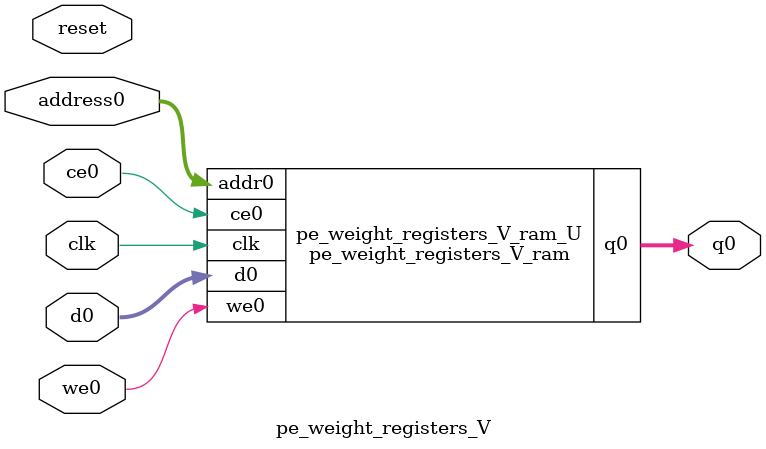
<source format=v>
`timescale 1 ns / 1 ps
module pe_weight_registers_V_ram (addr0, ce0, d0, we0, q0,  clk);

parameter DWIDTH = 8;
parameter AWIDTH = 4;
parameter MEM_SIZE = 9;

input[AWIDTH-1:0] addr0;
input ce0;
input[DWIDTH-1:0] d0;
input we0;
output reg[DWIDTH-1:0] q0;
input clk;

(* ram_style = "distributed" *)reg [DWIDTH-1:0] ram[0:MEM_SIZE-1];




always @(posedge clk)  
begin 
    if (ce0) begin
        if (we0) 
            ram[addr0] <= d0; 
        q0 <= ram[addr0];
    end
end


endmodule

`timescale 1 ns / 1 ps
module pe_weight_registers_V(
    reset,
    clk,
    address0,
    ce0,
    we0,
    d0,
    q0);

parameter DataWidth = 32'd8;
parameter AddressRange = 32'd9;
parameter AddressWidth = 32'd4;
input reset;
input clk;
input[AddressWidth - 1:0] address0;
input ce0;
input we0;
input[DataWidth - 1:0] d0;
output[DataWidth - 1:0] q0;



pe_weight_registers_V_ram pe_weight_registers_V_ram_U(
    .clk( clk ),
    .addr0( address0 ),
    .ce0( ce0 ),
    .we0( we0 ),
    .d0( d0 ),
    .q0( q0 ));

endmodule


</source>
